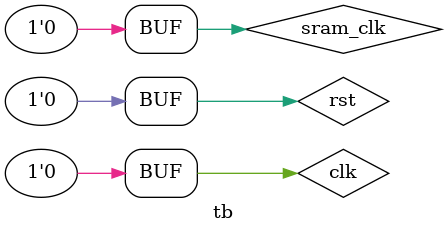
<source format=v>
module tb();
  reg sram_clk, clk, rst;

  ARM arm(sram_clk, clk, rst);

  initial begin
    rst = 1;
    clk = 0;
    #20;
    rst = 0;
    repeat(1000) begin
      #20 clk = ~clk;
    end
  end
  
  initial begin
    rst = 1;
    sram_clk = 0;
    #40;
    rst = 0;
    repeat(500) begin
      #40 sram_clk = ~sram_clk;
    end
  end

endmodule
</source>
